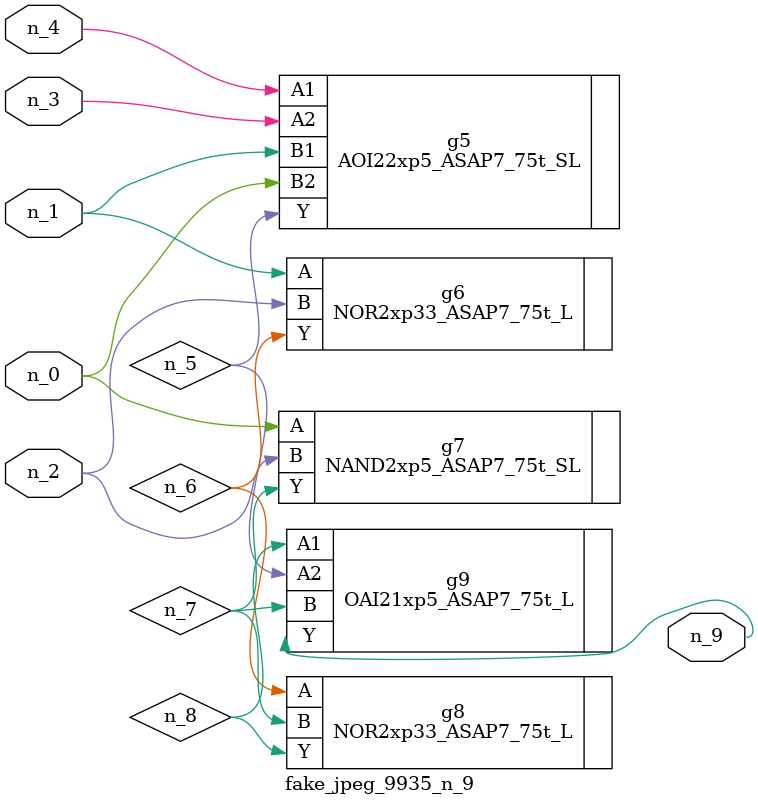
<source format=v>
module fake_jpeg_9935_n_9 (n_3, n_2, n_1, n_0, n_4, n_9);

input n_3;
input n_2;
input n_1;
input n_0;
input n_4;

output n_9;

wire n_8;
wire n_6;
wire n_5;
wire n_7;

AOI22xp5_ASAP7_75t_SL g5 ( 
.A1(n_4),
.A2(n_3),
.B1(n_1),
.B2(n_0),
.Y(n_5)
);

NOR2xp33_ASAP7_75t_L g6 ( 
.A(n_1),
.B(n_2),
.Y(n_6)
);

NAND2xp5_ASAP7_75t_SL g7 ( 
.A(n_0),
.B(n_2),
.Y(n_7)
);

NOR2xp33_ASAP7_75t_L g8 ( 
.A(n_6),
.B(n_7),
.Y(n_8)
);

OAI21xp5_ASAP7_75t_L g9 ( 
.A1(n_8),
.A2(n_5),
.B(n_7),
.Y(n_9)
);


endmodule
</source>
